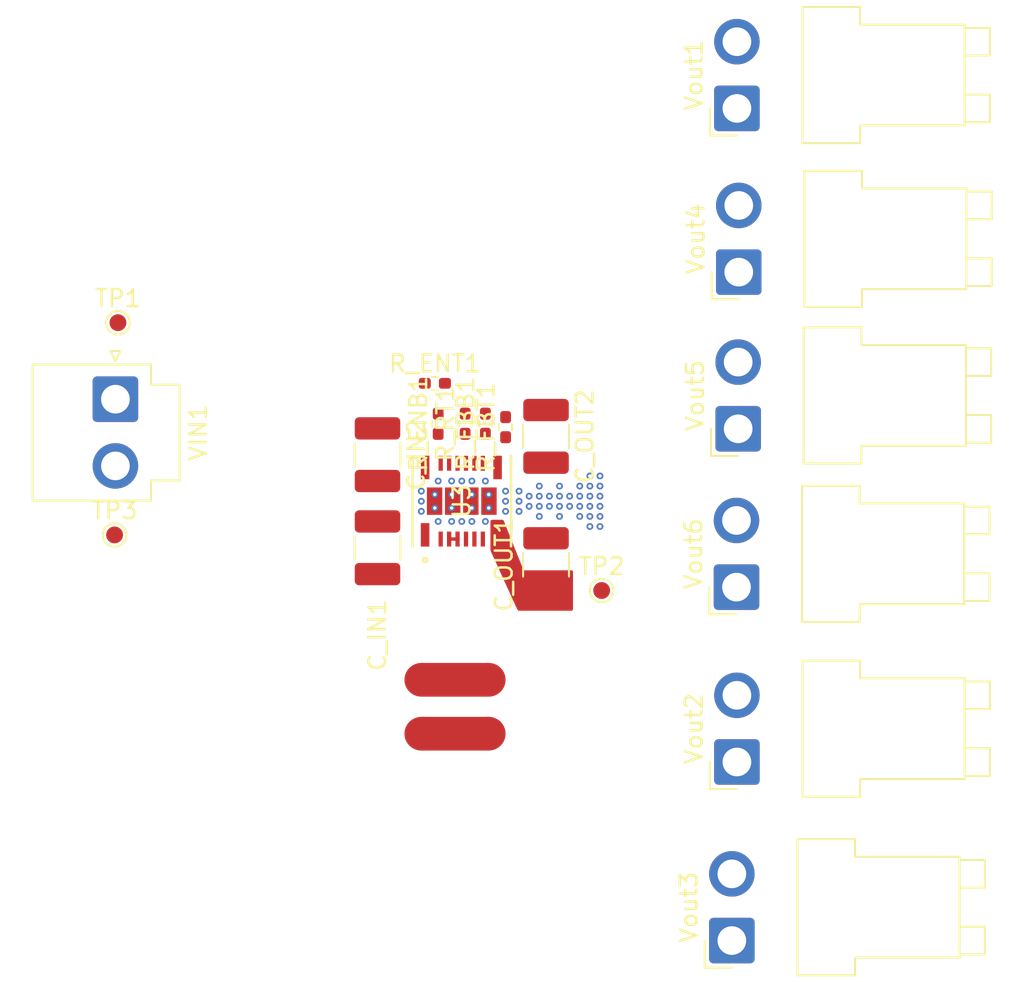
<source format=kicad_pcb>
(kicad_pcb (version 20240108) (generator "pcbnew") (generator_version "8.0")
  (layers (0 "F.Cu" signal) (31 "B.Cu" signal) (34 "B.Paste" user) (35 "F.Paste" user) (36 "B.SilkS" user "B.Silkscreen") (37 "F.SilkS" user "F.Silkscreen") (38 "B.Mask" user) (39 "F.Mask" user) (44 "Edge.Cuts" user))
  (net 0 "")
  (net 1 "PGND")
  (net 2 "+BATT")
  (net 3 "+5V")
  (net 4 "AGND")
  (net 5 "/POWER_EN")
  (net 10 "/RBOOT")
  (net 11 "/FB")
  (net 12 "/RT")
  (net 13 "/SW_EN")
  (footprint "Resistor_SMD:R_0402_1005Metric_Pad0.72x0.64mm_HandSolder" (layer "F.Cu") (at 109.4025 77.6)
    (property "Reference" "R_ENT1" (at 0 -1.17 0) (layer "F.SilkS"))
    (property "Value" "8.2k")
    (fp_line (start -0.167621 -0.38) (end 0.167621 -0.38) (stroke (width 0.12)) (layer "F.SilkS"))
    (fp_line (start -0.167621 0.38) (end 0.167621 0.38) (stroke (width 0.12)) (layer "F.SilkS"))
    (pad "1" smd roundrect (at -0.5975 0) (size 0.715 0.64) (layers "F.Cu" "F.Paste" "F.Mask") (net 13 "/SW_EN"))
    (pad "2" smd roundrect (at 0.5975 0) (size 0.715 0.64) (layers "F.Cu" "F.Paste" "F.Mask") (net 5 "/POWER_EN"))
  )
  (footprint "TestPoint:TestPoint_Pad_D1.0mm" (layer "F.Cu") (at 90.4 86.6)
    (property "Reference" "TP3" (at 0 -1.448 0) (layer "F.SilkS"))
    (property "Value" "TestPoint")
    (fp_circle (center 0 0) (end 0 0.7) (stroke (width 0.12)) (fill none) (layer "F.SilkS"))
    (pad "1" smd circle (at 0 0) (size 1 1) (layers "F.Cu" "F.Mask") (net 1 "PGND"))
  )
  (footprint "Resistor_SMD:R_0402_1005Metric_Pad0.72x0.64mm_HandSolder" (layer "F.Cu") (at 113.6 80.2025 90)
    (property "Reference" "R_FBT1" (at 0 -1.17 90) (layer "F.SilkS"))
    (property "Value" "40.2k")
    (fp_line (start -0.167621 -0.38) (end 0.167621 -0.38) (stroke (width 0.12)) (layer "F.SilkS"))
    (fp_line (start -0.167621 0.38) (end 0.167621 0.38) (stroke (width 0.12)) (layer "F.SilkS"))
    (pad "1" smd roundrect (at -0.5975 0 90) (size 0.715 0.64) (layers "F.Cu" "F.Paste" "F.Mask") (net 3 "+5V"))
    (pad "2" smd roundrect (at 0.5975 0 90) (size 0.715 0.64) (layers "F.Cu" "F.Paste" "F.Mask") (net 11 "/FB"))
  )
  (footprint "B2PS-VH:JST_VH_B2PS-VH_1x02_P3.96mm_Horizontal" (layer "F.Cu") (at 127.325 100.08 90)
    (property "Reference" "Vout2" (at 1.98 -2.55 90) (layer "F.SilkS"))
    (property "Value" "-")
    (fp_line (start 0 -1.61) (end -1.61 -1.61) (stroke (width 0.12)) (layer "F.SilkS"))
    (fp_line (start -1.61 -1.61) (end -1.61 0) (stroke (width 0.12)) (layer "F.SilkS"))
    (fp_line (start 6.02 3.89) (end 6.02 7.31) (stroke (width 0.12)) (layer "F.SilkS"))
    (fp_line (start -2.06 3.89) (end 6.02 3.89) (stroke (width 0.12)) (layer "F.SilkS"))
    (fp_line (start 6.02 7.31) (end 4.97 7.31) (stroke (width 0.12)) (layer "F.SilkS"))
    (fp_line (start 4.97 7.31) (end 4.97 13.51) (stroke (width 0.12)) (layer "F.SilkS"))
    (fp_line (start -1.01 7.31) (end -2.06 7.31) (stroke (width 0.12)) (layer "F.SilkS"))
    (fp_line (start -2.06 7.31) (end -2.06 3.89) (stroke (width 0.12)) (layer "F.SilkS"))
    (fp_line (start 4.97 13.51) (end -1.01 13.51) (stroke (width 0.12)) (layer "F.SilkS"))
    (fp_line (start 3.14 13.51) (end 3.14 15.01) (stroke (width 0.12)) (layer "F.SilkS"))
    (fp_line (start -0.82 13.51) (end -0.82 15.01) (stroke (width 0.12)) (layer "F.SilkS"))
    (fp_line (start -1.01 13.51) (end -1.01 7.31) (stroke (width 0.12)) (layer "F.SilkS"))
    (fp_line (start 4.78 15.01) (end 4.78 13.51) (stroke (width 0.12)) (layer "F.SilkS"))
    (fp_line (start 3.14 15.01) (end 4.78 15.01) (stroke (width 0.12)) (layer "F.SilkS"))
    (fp_line (start 0.82 15.01) (end 0.82 13.51) (stroke (width 0.12)) (layer "F.SilkS"))
    (fp_line (start -0.82 15.01) (end 0.82 15.01) (stroke (width 0.12)) (layer "F.SilkS"))
    (pad "1" thru_hole roundrect (at 0 0 90) (size 2.7 2.7) (drill 1.7) (layers "*.Cu" "*.Mask") (roundrect_rratio 0.092593) (net 1 "PGND"))
    (pad "2" thru_hole circle (at 3.96 0 90) (size 2.7 2.7) (drill 1.7) (layers "*.Cu" "*.Mask") (net 3 "+5V"))
  )
  (footprint "B2PS-VH:JST_VH_B2PS-VH_1x02_P3.96mm_Horizontal" (layer "F.Cu") (at 127.325 61.28 90)
    (property "Reference" "Vout1" (at 1.98 -2.55 90) (layer "F.SilkS"))
    (property "Value" "-")
    (fp_line (start 0 -1.61) (end -1.61 -1.61) (stroke (width 0.12)) (layer "F.SilkS"))
    (fp_line (start -1.61 -1.61) (end -1.61 0) (stroke (width 0.12)) (layer "F.SilkS"))
    (fp_line (start 6.02 3.89) (end 6.02 7.31) (stroke (width 0.12)) (layer "F.SilkS"))
    (fp_line (start -2.06 3.89) (end 6.02 3.89) (stroke (width 0.12)) (layer "F.SilkS"))
    (fp_line (start 6.02 7.31) (end 4.97 7.31) (stroke (width 0.12)) (layer "F.SilkS"))
    (fp_line (start 4.97 7.31) (end 4.97 13.51) (stroke (width 0.12)) (layer "F.SilkS"))
    (fp_line (start -1.01 7.31) (end -2.06 7.31) (stroke (width 0.12)) (layer "F.SilkS"))
    (fp_line (start -2.06 7.31) (end -2.06 3.89) (stroke (width 0.12)) (layer "F.SilkS"))
    (fp_line (start 4.97 13.51) (end -1.01 13.51) (stroke (width 0.12)) (layer "F.SilkS"))
    (fp_line (start 3.14 13.51) (end 3.14 15.01) (stroke (width 0.12)) (layer "F.SilkS"))
    (fp_line (start -0.82 13.51) (end -0.82 15.01) (stroke (width 0.12)) (layer "F.SilkS"))
    (fp_line (start -1.01 13.51) (end -1.01 7.31) (stroke (width 0.12)) (layer "F.SilkS"))
    (fp_line (start 4.78 15.01) (end 4.78 13.51) (stroke (width 0.12)) (layer "F.SilkS"))
    (fp_line (start 3.14 15.01) (end 4.78 15.01) (stroke (width 0.12)) (layer "F.SilkS"))
    (fp_line (start 0.82 15.01) (end 0.82 13.51) (stroke (width 0.12)) (layer "F.SilkS"))
    (fp_line (start -0.82 15.01) (end 0.82 15.01) (stroke (width 0.12)) (layer "F.SilkS"))
    (pad "1" thru_hole roundrect (at 0 0 90) (size 2.7 2.7) (drill 1.7) (layers "*.Cu" "*.Mask") (roundrect_rratio 0.092593) (net 1 "PGND"))
    (pad "2" thru_hole circle (at 3.96 0 90) (size 2.7 2.7) (drill 1.7) (layers "*.Cu" "*.Mask") (net 3 "+5V"))
  )
  (footprint "TestPoint:TestPoint_Pad_D1.0mm" (layer "F.Cu") (at 119.3 89.9)
    (property "Reference" "TP2" (at 0 -1.448 0) (layer "F.SilkS"))
    (property "Value" "TestPoint")
    (fp_circle (center 0 0) (end 0 0.7) (stroke (width 0.12)) (fill none) (layer "F.SilkS"))
    (pad "1" smd circle (at 0 0) (size 1 1) (layers "F.Cu" "F.Mask") (net 3 "+5V"))
  )
  (footprint "B2PS-VH:JST_VH_B2PS-VH_1x02_P3.96mm_Horizontal" (layer "F.Cu") (at 127.025 110.68 90)
    (property "Reference" "Vout3" (at 1.98 -2.55 90) (layer "F.SilkS"))
    (property "Value" "-")
    (fp_line (start 0 -1.61) (end -1.61 -1.61) (stroke (width 0.12)) (layer "F.SilkS"))
    (fp_line (start -1.61 -1.61) (end -1.61 0) (stroke (width 0.12)) (layer "F.SilkS"))
    (fp_line (start 6.02 3.89) (end 6.02 7.31) (stroke (width 0.12)) (layer "F.SilkS"))
    (fp_line (start -2.06 3.89) (end 6.02 3.89) (stroke (width 0.12)) (layer "F.SilkS"))
    (fp_line (start 6.02 7.31) (end 4.97 7.31) (stroke (width 0.12)) (layer "F.SilkS"))
    (fp_line (start 4.97 7.31) (end 4.97 13.51) (stroke (width 0.12)) (layer "F.SilkS"))
    (fp_line (start -1.01 7.31) (end -2.06 7.31) (stroke (width 0.12)) (layer "F.SilkS"))
    (fp_line (start -2.06 7.31) (end -2.06 3.89) (stroke (width 0.12)) (layer "F.SilkS"))
    (fp_line (start 4.97 13.51) (end -1.01 13.51) (stroke (width 0.12)) (layer "F.SilkS"))
    (fp_line (start 3.14 13.51) (end 3.14 15.01) (stroke (width 0.12)) (layer "F.SilkS"))
    (fp_line (start -0.82 13.51) (end -0.82 15.01) (stroke (width 0.12)) (layer "F.SilkS"))
    (fp_line (start -1.01 13.51) (end -1.01 7.31) (stroke (width 0.12)) (layer "F.SilkS"))
    (fp_line (start 4.78 15.01) (end 4.78 13.51) (stroke (width 0.12)) (layer "F.SilkS"))
    (fp_line (start 3.14 15.01) (end 4.78 15.01) (stroke (width 0.12)) (layer "F.SilkS"))
    (fp_line (start 0.82 15.01) (end 0.82 13.51) (stroke (width 0.12)) (layer "F.SilkS"))
    (fp_line (start -0.82 15.01) (end 0.82 15.01) (stroke (width 0.12)) (layer "F.SilkS"))
    (pad "1" thru_hole roundrect (at 0 0 90) (size 2.7 2.7) (drill 1.7) (layers "*.Cu" "*.Mask") (roundrect_rratio 0.092593) (net 1 "PGND"))
    (pad "2" thru_hole circle (at 3.96 0 90) (size 2.7 2.7) (drill 1.7) (layers "*.Cu" "*.Mask") (net 3 "+5V"))
  )
  (footprint "NetTie:NetTie-2_SMD_Pad2.0mm" (layer "F.Cu") (at 110.6 98.4)
    (property "Reference" "NT2" (hide yes))
    (property "Value" "NetTie_2" (hide yes))
    (fp_poly (pts (xy -2 -1) (xy 2 -1) (xy 2 1) (xy -2 1)) (fill solid) (layer "F.Cu"))
    (pad "1" smd circle (at -2 0) (size 2 2) (layers "F.Cu") (net 1 "PGND"))
    (pad "2" smd circle (at 2 0) (size 2 2) (layers "F.Cu") (net 4 "AGND"))
  )
  (footprint "Capacitor_SMD:C_1210_3225Metric_Pad1.33x2.70mm_HandSolder" (layer "F.Cu") (at 106 81.8375 -90)
    (property "Reference" "C_IN2" (at 0 -2.3 90) (layer "F.SilkS"))
    (property "Value" "10uF, 50V, X7R")
    (fp_line (start -0.711252 1.36) (end 0.711252 1.36) (stroke (width 0.12)) (layer "F.SilkS"))
    (fp_line (start -0.711252 -1.36) (end 0.711252 -1.36) (stroke (width 0.12)) (layer "F.SilkS"))
    (pad "1" smd roundrect (at -1.5625 0 270) (size 1.325 2.7) (layers "F.Cu" "F.Paste" "F.Mask") (roundrect_rratio 0.188679) (net 2 "+BATT"))
    (pad "2" smd roundrect (at 1.5625 0 270) (size 1.325 2.7) (layers "F.Cu" "F.Paste" "F.Mask") (roundrect_rratio 0.188679) (net 1 "PGND"))
  )
  (footprint "Resistor_SMD:R_0402_1005Metric_Pad0.72x0.64mm_HandSolder" (layer "F.Cu") (at 109.6 80.0025 90)
    (property "Reference" "R_ENB1" (at 0 -1.17 90) (layer "F.SilkS"))
    (property "Value" "100k")
    (fp_line (start -0.167621 -0.38) (end 0.167621 -0.38) (stroke (width 0.12)) (layer "F.SilkS"))
    (fp_line (start -0.167621 0.38) (end 0.167621 0.38) (stroke (width 0.12)) (layer "F.SilkS"))
    (pad "1" smd roundrect (at -0.5975 0 90) (size 0.715 0.64) (layers "F.Cu" "F.Paste" "F.Mask") (net 5 "/POWER_EN"))
    (pad "2" smd roundrect (at 0.5975 0 90) (size 0.715 0.64) (layers "F.Cu" "F.Paste" "F.Mask") (net 1 "PGND"))
  )
  (footprint "B2PS-VH:JST_VH_B2PS-VH_1x02_P3.96mm_Horizontal" (layer "F.Cu") (at 127.435 71 90)
    (property "Reference" "Vout4" (at 1.98 -2.55 90) (layer "F.SilkS"))
    (property "Value" "-")
    (fp_line (start 0 -1.61) (end -1.61 -1.61) (stroke (width 0.12)) (layer "F.SilkS"))
    (fp_line (start -1.61 -1.61) (end -1.61 0) (stroke (width 0.12)) (layer "F.SilkS"))
    (fp_line (start 6.02 3.89) (end 6.02 7.31) (stroke (width 0.12)) (layer "F.SilkS"))
    (fp_line (start -2.06 3.89) (end 6.02 3.89) (stroke (width 0.12)) (layer "F.SilkS"))
    (fp_line (start 6.02 7.31) (end 4.97 7.31) (stroke (width 0.12)) (layer "F.SilkS"))
    (fp_line (start 4.97 7.31) (end 4.97 13.51) (stroke (width 0.12)) (layer "F.SilkS"))
    (fp_line (start -1.01 7.31) (end -2.06 7.31) (stroke (width 0.12)) (layer "F.SilkS"))
    (fp_line (start -2.06 7.31) (end -2.06 3.89) (stroke (width 0.12)) (layer "F.SilkS"))
    (fp_line (start 4.97 13.51) (end -1.01 13.51) (stroke (width 0.12)) (layer "F.SilkS"))
    (fp_line (start 3.14 13.51) (end 3.14 15.01) (stroke (width 0.12)) (layer "F.SilkS"))
    (fp_line (start -0.82 13.51) (end -0.82 15.01) (stroke (width 0.12)) (layer "F.SilkS"))
    (fp_line (start -1.01 13.51) (end -1.01 7.31) (stroke (width 0.12)) (layer "F.SilkS"))
    (fp_line (start 4.78 15.01) (end 4.78 13.51) (stroke (width 0.12)) (layer "F.SilkS"))
    (fp_line (start 3.14 15.01) (end 4.78 15.01) (stroke (width 0.12)) (layer "F.SilkS"))
    (fp_line (start 0.82 15.01) (end 0.82 13.51) (stroke (width 0.12)) (layer "F.SilkS"))
    (fp_line (start -0.82 15.01) (end 0.82 15.01) (stroke (width 0.12)) (layer "F.SilkS"))
    (pad "1" thru_hole roundrect (at 0 0 90) (size 2.7 2.7) (drill 1.7) (layers "*.Cu" "*.Mask") (roundrect_rratio 0.092593) (net 1 "PGND"))
    (pad "2" thru_hole circle (at 3.96 0 90) (size 2.7 2.7) (drill 1.7) (layers "*.Cu" "*.Mask") (net 3 "+5V"))
  )
  (footprint "B2PS-VH:JST_VH_B2PS-VH_1x02_P3.96mm_Horizontal" (layer "F.Cu") (at 127.3 89.7 90)
    (property "Reference" "Vout6" (at 1.98 -2.55 90) (layer "F.SilkS"))
    (property "Value" "-")
    (fp_line (start 0 -1.61) (end -1.61 -1.61) (stroke (width 0.12)) (layer "F.SilkS"))
    (fp_line (start -1.61 -1.61) (end -1.61 0) (stroke (width 0.12)) (layer "F.SilkS"))
    (fp_line (start 6.02 3.89) (end 6.02 7.31) (stroke (width 0.12)) (layer "F.SilkS"))
    (fp_line (start -2.06 3.89) (end 6.02 3.89) (stroke (width 0.12)) (layer "F.SilkS"))
    (fp_line (start 6.02 7.31) (end 4.97 7.31) (stroke (width 0.12)) (layer "F.SilkS"))
    (fp_line (start 4.97 7.31) (end 4.97 13.51) (stroke (width 0.12)) (layer "F.SilkS"))
    (fp_line (start -1.01 7.31) (end -2.06 7.31) (stroke (width 0.12)) (layer "F.SilkS"))
    (fp_line (start -2.06 7.31) (end -2.06 3.89) (stroke (width 0.12)) (layer "F.SilkS"))
    (fp_line (start 4.97 13.51) (end -1.01 13.51) (stroke (width 0.12)) (layer "F.SilkS"))
    (fp_line (start 3.14 13.51) (end 3.14 15.01) (stroke (width 0.12)) (layer "F.SilkS"))
    (fp_line (start -0.82 13.51) (end -0.82 15.01) (stroke (width 0.12)) (layer "F.SilkS"))
    (fp_line (start -1.01 13.51) (end -1.01 7.31) (stroke (width 0.12)) (layer "F.SilkS"))
    (fp_line (start 4.78 15.01) (end 4.78 13.51) (stroke (width 0.12)) (layer "F.SilkS"))
    (fp_line (start 3.14 15.01) (end 4.78 15.01) (stroke (width 0.12)) (layer "F.SilkS"))
    (fp_line (start 0.82 15.01) (end 0.82 13.51) (stroke (width 0.12)) (layer "F.SilkS"))
    (fp_line (start -0.82 15.01) (end 0.82 15.01) (stroke (width 0.12)) (layer "F.SilkS"))
    (pad "1" thru_hole roundrect (at 0 0 90) (size 2.7 2.7) (drill 1.7) (layers "*.Cu" "*.Mask") (roundrect_rratio 0.092593) (net 1 "PGND"))
    (pad "2" thru_hole circle (at 3.96 0 90) (size 2.7 2.7) (drill 1.7) (layers "*.Cu" "*.Mask") (net 3 "+5V"))
  )
  (footprint "NetTie:NetTie-2_SMD_Pad2.0mm" (layer "F.Cu") (at 110.6 95.2)
    (property "Reference" "NT1" (hide yes))
    (property "Value" "NetTie_2" (hide yes))
    (fp_poly (pts (xy -2 -1) (xy 2 -1) (xy 2 1) (xy -2 1)) (fill solid) (layer "F.Cu"))
    (pad "1" smd circle (at -2 0) (size 2 2) (layers "F.Cu") (net 1 "PGND"))
    (pad "2" smd circle (at 2 0) (size 2 2) (layers "F.Cu") (net 4 "AGND"))
  )
  (footprint "TLVM:B3QFN20_RDL_TEX" (layer "F.Cu") (at 111 84.595 90)
    (property "Reference" "U3" (at 0 0 90) (layer "F.SilkS"))
    (property "Value" "~")
    (fp_line (start -2.6797 -2.921) (end 2.6797 -2.921) (stroke (width 0.1524)) (layer "F.SilkS"))
    (fp_line (start 2.6797 2.921) (end -2.6797 2.921) (stroke (width 0.1524)) (layer "F.SilkS"))
    (fp_circle (center -3.490722 -2.175441) (end -3.363722 -2.175441) (stroke (width 0.1524)) (fill none) (layer "F.SilkS"))
    (pad "1" smd rect (at -2 -2.175315 90) (size 1.397 0.508) (layers "F.Cu" "F.Paste" "F.Mask") (net 2 "+BATT"))
    (pad "2" smd rect (at -2.250059 -1.250315 90) (size 0.889 0.254) (layers "F.Cu" "F.Paste" "F.Mask"))
    (pad "3" smd rect (at -2.250059 -0.750189 90) (size 0.889 0.254) (layers "F.Cu" "F.Paste" "F.Mask") (net 10 "/RBOOT"))
    (pad "4" smd rect (at -2.250059 -0.250063 90) (size 0.889 0.254) (layers "F.Cu" "F.Paste" "F.Mask") (net 10 "/RBOOT"))
    (pad "5" smd rect (at -2.250059 0.250063 90) (size 0.889 0.254) (layers "F.Cu" "F.Paste" "F.Mask") (net 3 "+5V"))
    (pad "6" smd rect (at -2.250059 0.750189 90) (size 0.889 0.254) (layers "F.Cu" "F.Paste" "F.Mask") (net 4 "AGND"))
    (pad "7" smd rect (at -2.250059 1.250315 90) (size 0.889 0.254) (layers "F.Cu" "F.Paste" "F.Mask"))
    (pad "8" smd rect (at -2 2.125315 90) (size 1.397 0.508) (layers "F.Cu" "F.Paste" "F.Mask") (net 3 "+5V"))
    (pad "9" smd rect (at 2 2.125315 90) (size 1.397 0.508) (layers "F.Cu" "F.Paste" "F.Mask") (net 3 "+5V"))
    (pad "10" smd rect (at 2.250059 1.250315 90) (size 0.889 0.254) (layers "F.Cu" "F.Paste" "F.Mask") (net 11 "/FB"))
    (pad "11" smd rect (at 2.250059 0.750189 90) (size 0.889 0.254) (layers "F.Cu" "F.Paste" "F.Mask") (net 4 "AGND"))
    (pad "12" smd rect (at 2.250059 0.250063 90) (size 0.889 0.254) (layers "F.Cu" "F.Paste" "F.Mask") (net 12 "/RT"))
    (pad "13" smd rect (at 2.250059 -0.250063 90) (size 0.889 0.254) (layers "F.Cu" "F.Paste" "F.Mask"))
    (pad "14" smd rect (at 2.250059 -0.750189 90) (size 0.889 0.254) (layers "F.Cu" "F.Paste" "F.Mask") (net 5 "/POWER_EN"))
    (pad "15" smd rect (at 2.250059 -1.250315 90) (size 0.889 0.254) (layers "F.Cu" "F.Paste" "F.Mask"))
    (pad "16" smd rect (at 2 -2.175315 90) (size 1.397 0.508) (layers "F.Cu" "F.Paste" "F.Mask") (net 2 "+BATT"))
    (pad "17" smd rect (at 0 -1.612494 90) (size 1.6256 0.9144) (layers "F.Cu" "F.Mask") (net 1 "PGND"))
    (pad "18" smd rect (at 0 -0.537494 90) (size 1.6256 0.9144) (layers "F.Cu" "F.Mask") (net 1 "PGND"))
    (pad "19" smd rect (at 0 0.537506 90) (size 1.6256 0.9144) (layers "F.Cu" "F.Mask") (net 1 "PGND"))
    (pad "20" smd rect (at 0 1.612506 90) (size 1.6256 0.9144) (layers "F.Cu" "F.Mask") (net 1 "PGND"))
  )
  (footprint "Resistor_SMD:R_0402_1005Metric_Pad0.72x0.64mm_HandSolder" (layer "F.Cu") (at 112.4 79.9975 90)
    (property "Reference" "R_FBB1" (at 0 -1.17 90) (layer "F.SilkS"))
    (property "Value" "10k")
    (fp_line (start -0.167621 -0.38) (end 0.167621 -0.38) (stroke (width 0.12)) (layer "F.SilkS"))
    (fp_line (start -0.167621 0.38) (end 0.167621 0.38) (stroke (width 0.12)) (layer "F.SilkS"))
    (pad "1" smd roundrect (at -0.5975 0 90) (size 0.715 0.64) (layers "F.Cu" "F.Paste" "F.Mask") (net 11 "/FB"))
    (pad "2" smd roundrect (at 0.5975 0 90) (size 0.715 0.64) (layers "F.Cu" "F.Paste" "F.Mask") (net 4 "AGND"))
  )
  (footprint "Connector_JST:JST_VH_B2P-VH-B_1x02_P3.96mm_Vertical" (layer "F.Cu") (at 90.45 78.5425 -90)
    (property "Reference" "VIN1" (at 1.98 -4.9 90) (layer "F.SilkS"))
    (property "Value" "-")
    (fp_line (start -2.06 4.91) (end -2.06 -2.11) (stroke (width 0.12)) (layer "F.SilkS"))
    (fp_line (start 6.02 4.91) (end -2.06 4.91) (stroke (width 0.12)) (layer "F.SilkS"))
    (fp_line (start -2.86 0.3) (end -2.86 -0.3) (stroke (width 0.12)) (layer "F.SilkS"))
    (fp_line (start -2.26 0) (end -2.86 0.3) (stroke (width 0.12)) (layer "F.SilkS"))
    (fp_line (start -2.86 -0.3) (end -2.26 0) (stroke (width 0.12)) (layer "F.SilkS"))
    (fp_line (start -2.06 -2.11) (end -0.86 -2.11) (stroke (width 0.12)) (layer "F.SilkS"))
    (fp_line (start -0.86 -2.11) (end -0.86 -3.81) (stroke (width 0.12)) (layer "F.SilkS"))
    (fp_line (start 4.82 -2.11) (end 6.02 -2.11) (stroke (width 0.12)) (layer "F.SilkS"))
    (fp_line (start 6.02 -2.11) (end 6.02 4.91) (stroke (width 0.12)) (layer "F.SilkS"))
    (fp_line (start -0.86 -3.81) (end 4.82 -3.81) (stroke (width 0.12)) (layer "F.SilkS"))
    (fp_line (start 4.82 -3.81) (end 4.82 -2.11) (stroke (width 0.12)) (layer "F.SilkS"))
    (pad "1" thru_hole roundrect (at 0 0 270) (size 2.7 2.7) (drill 1.7) (layers "*.Cu" "*.Mask") (roundrect_rratio 0.092593) (net 2 "+BATT"))
    (pad "2" thru_hole circle (at 3.96 0 270) (size 2.7 2.7) (drill 1.7) (layers "*.Cu" "*.Mask") (net 1 "PGND"))
  )
  (footprint "B2PS-VH:JST_VH_B2PS-VH_1x02_P3.96mm_Horizontal" (layer "F.Cu") (at 127.4 80.3 90)
    (property "Reference" "Vout5" (at 1.98 -2.55 90) (layer "F.SilkS"))
    (property "Value" "-")
    (fp_line (start 0 -1.61) (end -1.61 -1.61) (stroke (width 0.12)) (layer "F.SilkS"))
    (fp_line (start -1.61 -1.61) (end -1.61 0) (stroke (width 0.12)) (layer "F.SilkS"))
    (fp_line (start 6.02 3.89) (end 6.02 7.31) (stroke (width 0.12)) (layer "F.SilkS"))
    (fp_line (start -2.06 3.89) (end 6.02 3.89) (stroke (width 0.12)) (layer "F.SilkS"))
    (fp_line (start 6.02 7.31) (end 4.97 7.31) (stroke (width 0.12)) (layer "F.SilkS"))
    (fp_line (start 4.97 7.31) (end 4.97 13.51) (stroke (width 0.12)) (layer "F.SilkS"))
    (fp_line (start -1.01 7.31) (end -2.06 7.31) (stroke (width 0.12)) (layer "F.SilkS"))
    (fp_line (start -2.06 7.31) (end -2.06 3.89) (stroke (width 0.12)) (layer "F.SilkS"))
    (fp_line (start 4.97 13.51) (end -1.01 13.51) (stroke (width 0.12)) (layer "F.SilkS"))
    (fp_line (start 3.14 13.51) (end 3.14 15.01) (stroke (width 0.12)) (layer "F.SilkS"))
    (fp_line (start -0.82 13.51) (end -0.82 15.01) (stroke (width 0.12)) (layer "F.SilkS"))
    (fp_line (start -1.01 13.51) (end -1.01 7.31) (stroke (width 0.12)) (layer "F.SilkS"))
    (fp_line (start 4.78 15.01) (end 4.78 13.51) (stroke (width 0.12)) (layer "F.SilkS"))
    (fp_line (start 3.14 15.01) (end 4.78 15.01) (stroke (width 0.12)) (layer "F.SilkS"))
    (fp_line (start 0.82 15.01) (end 0.82 13.51) (stroke (width 0.12)) (layer "F.SilkS"))
    (fp_line (start -0.82 15.01) (end 0.82 15.01) (stroke (width 0.12)) (layer "F.SilkS"))
    (pad "1" thru_hole roundrect (at 0 0 90) (size 2.7 2.7) (drill 1.7) (layers "*.Cu" "*.Mask") (roundrect_rratio 0.092593) (net 1 "PGND"))
    (pad "2" thru_hole circle (at 3.96 0 90) (size 2.7 2.7) (drill 1.7) (layers "*.Cu" "*.Mask") (net 3 "+5V"))
  )
  (footprint "Capacitor_SMD:C_1210_3225Metric_Pad1.33x2.70mm_HandSolder" (layer "F.Cu") (at 106 87.3625 90)
    (property "Reference" "C_IN1" (at -5.1875 0 90) (layer "F.SilkS"))
    (property "Value" "10uF, 50V, X7R")
    (fp_line (start -0.711252 -1.36) (end 0.711252 -1.36) (stroke (width 0.12)) (layer "F.SilkS"))
    (fp_line (start -0.711252 1.36) (end 0.711252 1.36) (stroke (width 0.12)) (layer "F.SilkS"))
    (pad "1" smd roundrect (at -1.5625 0 90) (size 1.325 2.7) (layers "F.Cu" "F.Paste" "F.Mask") (roundrect_rratio 0.188679) (net 2 "+BATT"))
    (pad "2" smd roundrect (at 1.5625 0 90) (size 1.325 2.7) (layers "F.Cu" "F.Paste" "F.Mask") (roundrect_rratio 0.188679) (net 1 "PGND"))
  )
  (footprint "TestPoint:TestPoint_Pad_D1.0mm" (layer "F.Cu") (at 90.6 74)
    (property "Reference" "TP1" (at 0 -1.448 0) (layer "F.SilkS"))
    (property "Value" "TestPoint")
    (fp_circle (center 0 0) (end 0 0.7) (stroke (width 0.12)) (fill none) (layer "F.SilkS"))
    (pad "1" smd circle (at 0 0) (size 1 1) (layers "F.Cu" "F.Mask") (net 2 "+BATT"))
  )
  (footprint "Capacitor_SMD:C_1210_3225Metric_Pad1.33x2.70mm_HandSolder" (layer "F.Cu") (at 116 80.75 -90)
    (property "Reference" "C_OUT2" (at 0 -2.3 90) (layer "F.SilkS"))
    (property "Value" "47uF, 10 V, X7R")
    (fp_line (start -0.711252 1.36) (end 0.711252 1.36) (stroke (width 0.12)) (layer "F.SilkS"))
    (fp_line (start -0.711252 -1.36) (end 0.711252 -1.36) (stroke (width 0.12)) (layer "F.SilkS"))
    (pad "1" smd roundrect (at -1.5625 0 270) (size 1.325 2.7) (layers "F.Cu" "F.Paste" "F.Mask") (roundrect_rratio 0.188679) (net 3 "+5V"))
    (pad "2" smd roundrect (at 1.5625 0 270) (size 1.325 2.7) (layers "F.Cu" "F.Paste" "F.Mask") (roundrect_rratio 0.188679) (net 1 "PGND"))
  )
  (footprint "Capacitor_SMD:C_1210_3225Metric_Pad1.33x2.70mm_HandSolder" (layer "F.Cu") (at 116 88.3625 90)
    (property "Reference" "C_OUT1" (at 0 -2.5 90) (layer "F.SilkS"))
    (property "Value" "47uF, 10 V, X7R")
    (fp_line (start -0.711252 -1.36) (end 0.711252 -1.36) (stroke (width 0.12)) (layer "F.SilkS"))
    (fp_line (start -0.711252 1.36) (end 0.711252 1.36) (stroke (width 0.12)) (layer "F.SilkS"))
    (pad "1" smd roundrect (at -1.5625 0 90) (size 1.325 2.7) (layers "F.Cu" "F.Paste" "F.Mask") (roundrect_rratio 0.188679) (net 3 "+5V"))
    (pad "2" smd roundrect (at 1.5625 0 90) (size 1.325 2.7) (layers "F.Cu" "F.Paste" "F.Mask") (roundrect_rratio 0.188679) (net 1 "PGND"))
  )
  (footprint "Resistor_SMD:R_0402_1005Metric_Pad0.72x0.64mm_HandSolder" (layer "F.Cu") (at 111.2 79.9975 90)
    (property "Reference" "R_RT1" (at 0 -1.17 90) (layer "F.SilkS"))
    (property "Value" "13k")
    (fp_line (start -0.167621 -0.38) (end 0.167621 -0.38) (stroke (width 0.12)) (layer "F.SilkS"))
    (fp_line (start -0.167621 0.38) (end 0.167621 0.38) (stroke (width 0.12)) (layer "F.SilkS"))
    (pad "1" smd roundrect (at -0.5975 0 90) (size 0.715 0.64) (layers "F.Cu" "F.Paste" "F.Mask") (net 12 "/RT"))
    (pad "2" smd roundrect (at 0.5975 0 90) (size 0.715 0.64) (layers "F.Cu" "F.Paste" "F.Mask") (net 4 "AGND"))
  )
  (gr_poly (pts (xy 112.8 85.8) (xy 113.4 85.8) (xy 114.6 88.8) (xy 117.5 88.8) (xy 117.5 91) (xy 114.4 91) (xy 114.3 90.8) (xy 112.8 87.5) (xy 112.8 87.5)) (stroke (width 0.2)) (fill solid) (layer "F.Cu") (net 3))
  (via (at 117.4 84.3) (size 0.4) (drill 0.2) (layers "F.Cu" "B.Cu") (net 0))
  (via (at 113.6 85.2) (size 0.4) (drill 0.2) (layers "F.Cu" "B.Cu") (net 0))
  (via (at 116.8 83.7) (size 0.4) (drill 0.2) (layers "F.Cu" "B.Cu") (net 0))
  (via (at 115.6 84.3) (size 0.4) (drill 0.2) (layers "F.Cu" "B.Cu") (net 0))
  (via (at 117.4 84.9) (size 0.4) (drill 0.2) (layers "F.Cu" "B.Cu") (net 0))
  (via (at 116.2 84.9) (size 0.4) (drill 0.2) (layers "F.Cu" "B.Cu") (net 0))
  (via (at 111 83.4) (size 0.4) (drill 0.2) (layers "F.Cu" "B.Cu") (net 0))
  (via (at 118.6 86.1) (size 0.4) (drill 0.2) (layers "F.Cu" "B.Cu") (net 0))
  (via (at 116.8 84.3) (size 0.4) (drill 0.2) (layers "F.Cu" "B.Cu") (net 0))
  (via (at 119.2 85.5) (size 0.4) (drill 0.2) (layers "F.Cu" "B.Cu") (net 0))
  (via (at 108.6 84) (size 0.4) (drill 0.2) (layers "F.Cu" "B.Cu") (net 0))
  (via (at 118.6 84.3) (size 0.4) (drill 0.2) (layers "F.Cu" "B.Cu") (net 0))
  (via (at 115.6 83.7) (size 0.4) (drill 0.2) (layers "F.Cu" "B.Cu") (net 0))
  (via (at 119.2 84.9) (size 0.4) (drill 0.2) (layers "F.Cu" "B.Cu") (net 0))
  (via (at 116.8 84.9) (size 0.4) (drill 0.2) (layers "F.Cu" "B.Cu") (net 0))
  (via (at 115 84.9) (size 0.4) (drill 0.2) (layers "F.Cu" "B.Cu") (net 0))
  (via (at 112.4 85.8) (size 0.4) (drill 0.2) (layers "F.Cu" "B.Cu") (net 0))
  (via (at 108.6 84.6) (size 0.4) (drill 0.2) (layers "F.Cu" "B.Cu") (net 0))
  (via (at 118 84.3) (size 0.4) (drill 0.2) (layers "F.Cu" "B.Cu") (net 0))
  (via (at 109.6 85.8) (size 0.4) (drill 0.2) (layers "F.Cu" "B.Cu") (net 0))
  (via (at 119.2 83.1) (size 0.4) (drill 0.2) (layers "F.Cu" "B.Cu") (net 0))
  (via (at 115 84.3) (size 0.4) (drill 0.2) (layers "F.Cu" "B.Cu") (net 0))
  (via (at 119.2 86.1) (size 0.4) (drill 0.2) (layers "F.Cu" "B.Cu") (net 0))
  (via (at 112.4 83.4) (size 0.4) (drill 0.2) (layers "F.Cu" "B.Cu") (net 0))
  (via (at 119.2 83.7) (size 0.4) (drill 0.2) (layers "F.Cu" "B.Cu") (net 0))
  (via (at 111.6 85.8) (size 0.4) (drill 0.2) (layers "F.Cu" "B.Cu") (net 0))
  (via (at 116.8 85.5) (size 0.4) (drill 0.2) (layers "F.Cu" "B.Cu") (net 0))
  (via (at 111.6 83.4) (size 0.4) (drill 0.2) (layers "F.Cu" "B.Cu") (net 0))
  (via (at 118 85.5) (size 0.4) (drill 0.2) (layers "F.Cu" "B.Cu") (net 0))
  (via (at 118.6 83.7) (size 0.4) (drill 0.2) (layers "F.Cu" "B.Cu") (net 0))
  (via (at 114.4 84.6) (size 0.4) (drill 0.2) (layers "F.Cu" "B.Cu") (net 0))
  (via (at 115.6 85.5) (size 0.4) (drill 0.2) (layers "F.Cu" "B.Cu") (net 0))
  (via (at 114.4 85.2) (size 0.4) (drill 0.2) (layers "F.Cu" "B.Cu") (net 0))
  (via (at 108.6 85.2) (size 0.4) (drill 0.2) (layers "F.Cu" "B.Cu") (net 0))
  (via (at 110.4 85.8) (size 0.4) (drill 0.2) (layers "F.Cu" "B.Cu") (net 0))
  (via (at 118 84.9) (size 0.4) (drill 0.2) (layers "F.Cu" "B.Cu") (net 0))
  (via (at 118 83.7) (size 0.4) (drill 0.2) (layers "F.Cu" "B.Cu") (net 0))
  (via (at 113.6 84.6) (size 0.4) (drill 0.2) (layers "F.Cu" "B.Cu") (net 0))
  (via (at 111 85.8) (size 0.4) (drill 0.2) (layers "F.Cu" "B.Cu") (net 0))
  (via (at 109.6 83.4) (size 0.4) (drill 0.2) (layers "F.Cu" "B.Cu") (net 0))
  (via (at 115.6 84.9) (size 0.4) (drill 0.2) (layers "F.Cu" "B.Cu") (net 0))
  (via (at 118.6 85.5) (size 0.4) (drill 0.2) (layers "F.Cu" "B.Cu") (net 0))
  (via (at 114.4 84) (size 0.4) (drill 0.2) (layers "F.Cu" "B.Cu") (net 0))
  (via (at 110.4 83.4) (size 0.4) (drill 0.2) (layers "F.Cu" "B.Cu") (net 0))
  (via (at 116.2 84.3) (size 0.4) (drill 0.2) (layers "F.Cu" "B.Cu") (net 0))
  (via (at 118.6 83.1) (size 0.4) (drill 0.2) (layers "F.Cu" "B.Cu") (net 0))
  (via (at 118.6 84.9) (size 0.4) (drill 0.2) (layers "F.Cu" "B.Cu") (net 0))
  (via (at 119.2 84.3) (size 0.4) (drill 0.2) (layers "F.Cu" "B.Cu") (net 0))
  (via (at 113.6 84) (size 0.4) (drill 0.2) (layers "F.Cu" "B.Cu") (net 0))
  (via (at 109.4 84.2) (size 0.4) (drill 0.2) (layers "F.Cu" "B.Cu") (net 1))
  (via (at 109.4 85) (size 0.4) (drill 0.2) (layers "F.Cu" "B.Cu") (net 1))
  (via (at 110.4 84.2) (size 0.4) (drill 0.2) (layers "F.Cu" "B.Cu") (net 1))
  (via (at 110.4 85) (size 0.4) (drill 0.2) (layers "F.Cu" "B.Cu") (net 1))
  (via (at 112.6 85) (size 0.4) (drill 0.2) (layers "F.Cu" "B.Cu") (net 1))
  (via (at 111.6 85) (size 0.4) (drill 0.2) (layers "F.Cu" "B.Cu") (net 1))
  (via (at 112.6 84.2) (size 0.4) (drill 0.2) (layers "F.Cu" "B.Cu") (net 1))
  (via (at 111.6 84.2) (size 0.4) (drill 0.2) (layers "F.Cu" "B.Cu") (net 1))
  (segment (start 110.249811 86.845059) (end 110.749937 86.845059) (width 0.2) (layer "F.Cu") (net 10))
)
</source>
